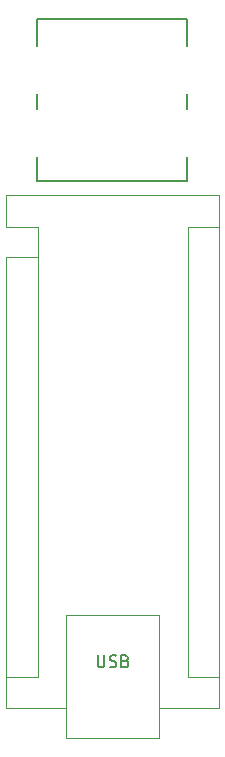
<source format=gbr>
%TF.GenerationSoftware,KiCad,Pcbnew,8.0.2*%
%TF.CreationDate,2024-05-07T22:28:17+02:00*%
%TF.ProjectId,WIITEST,57494954-4553-4542-9e6b-696361645f70,rev?*%
%TF.SameCoordinates,Original*%
%TF.FileFunction,Legend,Top*%
%TF.FilePolarity,Positive*%
%FSLAX46Y46*%
G04 Gerber Fmt 4.6, Leading zero omitted, Abs format (unit mm)*
G04 Created by KiCad (PCBNEW 8.0.2) date 2024-05-07 22:28:17*
%MOMM*%
%LPD*%
G01*
G04 APERTURE LIST*
%ADD10C,0.150000*%
%ADD11C,0.120000*%
G04 APERTURE END LIST*
D10*
X121905095Y-104890219D02*
X121905095Y-105699742D01*
X121905095Y-105699742D02*
X121952714Y-105794980D01*
X121952714Y-105794980D02*
X122000333Y-105842600D01*
X122000333Y-105842600D02*
X122095571Y-105890219D01*
X122095571Y-105890219D02*
X122286047Y-105890219D01*
X122286047Y-105890219D02*
X122381285Y-105842600D01*
X122381285Y-105842600D02*
X122428904Y-105794980D01*
X122428904Y-105794980D02*
X122476523Y-105699742D01*
X122476523Y-105699742D02*
X122476523Y-104890219D01*
X122905095Y-105842600D02*
X123047952Y-105890219D01*
X123047952Y-105890219D02*
X123286047Y-105890219D01*
X123286047Y-105890219D02*
X123381285Y-105842600D01*
X123381285Y-105842600D02*
X123428904Y-105794980D01*
X123428904Y-105794980D02*
X123476523Y-105699742D01*
X123476523Y-105699742D02*
X123476523Y-105604504D01*
X123476523Y-105604504D02*
X123428904Y-105509266D01*
X123428904Y-105509266D02*
X123381285Y-105461647D01*
X123381285Y-105461647D02*
X123286047Y-105414028D01*
X123286047Y-105414028D02*
X123095571Y-105366409D01*
X123095571Y-105366409D02*
X123000333Y-105318790D01*
X123000333Y-105318790D02*
X122952714Y-105271171D01*
X122952714Y-105271171D02*
X122905095Y-105175933D01*
X122905095Y-105175933D02*
X122905095Y-105080695D01*
X122905095Y-105080695D02*
X122952714Y-104985457D01*
X122952714Y-104985457D02*
X123000333Y-104937838D01*
X123000333Y-104937838D02*
X123095571Y-104890219D01*
X123095571Y-104890219D02*
X123333666Y-104890219D01*
X123333666Y-104890219D02*
X123476523Y-104937838D01*
X124238428Y-105366409D02*
X124381285Y-105414028D01*
X124381285Y-105414028D02*
X124428904Y-105461647D01*
X124428904Y-105461647D02*
X124476523Y-105556885D01*
X124476523Y-105556885D02*
X124476523Y-105699742D01*
X124476523Y-105699742D02*
X124428904Y-105794980D01*
X124428904Y-105794980D02*
X124381285Y-105842600D01*
X124381285Y-105842600D02*
X124286047Y-105890219D01*
X124286047Y-105890219D02*
X123905095Y-105890219D01*
X123905095Y-105890219D02*
X123905095Y-104890219D01*
X123905095Y-104890219D02*
X124238428Y-104890219D01*
X124238428Y-104890219D02*
X124333666Y-104937838D01*
X124333666Y-104937838D02*
X124381285Y-104985457D01*
X124381285Y-104985457D02*
X124428904Y-105080695D01*
X124428904Y-105080695D02*
X124428904Y-105175933D01*
X124428904Y-105175933D02*
X124381285Y-105271171D01*
X124381285Y-105271171D02*
X124333666Y-105318790D01*
X124333666Y-105318790D02*
X124238428Y-105366409D01*
X124238428Y-105366409D02*
X123905095Y-105366409D01*
%TO.C,U1*%
X129507000Y-64746200D02*
X129507000Y-62714200D01*
X129507000Y-64746200D02*
X116807000Y-64746200D01*
X129507000Y-58650200D02*
X129507000Y-57380200D01*
X129507000Y-51030200D02*
X129507000Y-53316200D01*
X116807000Y-64746200D02*
X116807000Y-62714200D01*
X116807000Y-58650200D02*
X116807000Y-57380200D01*
X116807000Y-53316200D02*
X116807000Y-51030200D01*
X116807000Y-51030200D02*
X129507000Y-51030200D01*
D11*
%TO.C,A1*%
X114147000Y-65935400D02*
X114147000Y-68605400D01*
X114147000Y-71145400D02*
X114147000Y-109375400D01*
X114147000Y-109375400D02*
X119227000Y-109375400D01*
X116817000Y-68605400D02*
X114147000Y-68605400D01*
X116817000Y-71145400D02*
X114147000Y-71145400D01*
X116817000Y-71145400D02*
X116817000Y-68605400D01*
X116817000Y-71145400D02*
X116817000Y-106705400D01*
X116817000Y-106705400D02*
X114147000Y-106705400D01*
X119227000Y-101495400D02*
X127107000Y-101495400D01*
X119227000Y-111915400D02*
X119227000Y-101495400D01*
X127107000Y-101495400D02*
X127107000Y-111915400D01*
X127107000Y-111915400D02*
X119227000Y-111915400D01*
X129517000Y-68605400D02*
X129517000Y-106705400D01*
X129517000Y-68605400D02*
X132187000Y-68605400D01*
X129517000Y-106705400D02*
X132187000Y-106705400D01*
X132187000Y-65935400D02*
X114147000Y-65935400D01*
X132187000Y-109375400D02*
X127107000Y-109375400D01*
X132187000Y-109375400D02*
X132187000Y-65935400D01*
%TD*%
M02*

</source>
